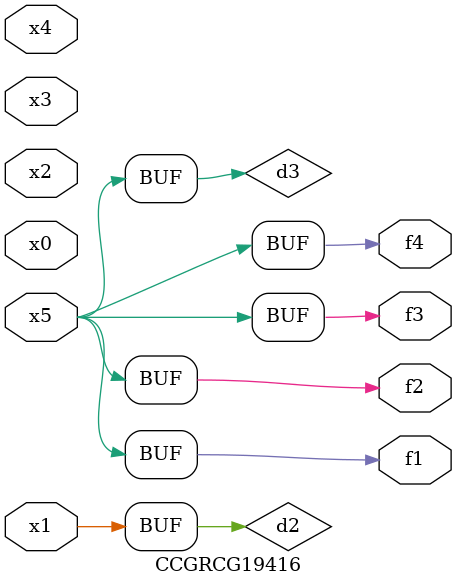
<source format=v>
module CCGRCG19416(
	input x0, x1, x2, x3, x4, x5,
	output f1, f2, f3, f4
);

	wire d1, d2, d3;

	not (d1, x5);
	or (d2, x1);
	xnor (d3, d1);
	assign f1 = d3;
	assign f2 = d3;
	assign f3 = d3;
	assign f4 = d3;
endmodule

</source>
